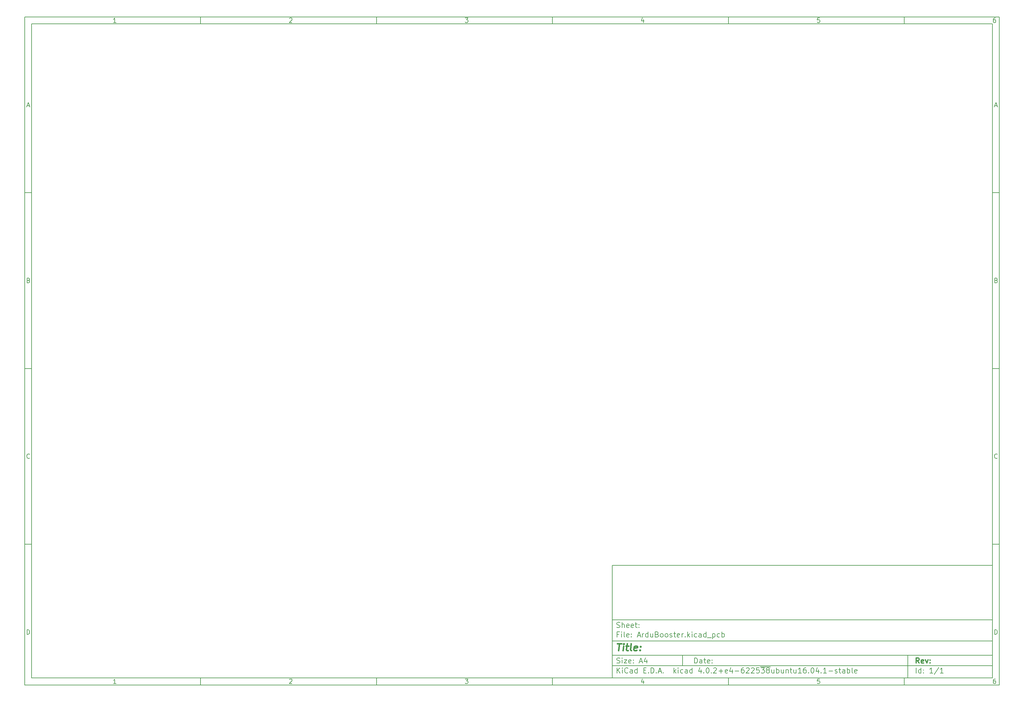
<source format=gbr>
G04 #@! TF.FileFunction,Other,Fab,Bot*
%FSLAX46Y46*%
G04 Gerber Fmt 4.6, Leading zero omitted, Abs format (unit mm)*
G04 Created by KiCad (PCBNEW 4.0.2+e4-6225~38~ubuntu16.04.1-stable) date Sex 26 Ago 2016 11:34:32 BRT*
%MOMM*%
G01*
G04 APERTURE LIST*
%ADD10C,0.100000*%
%ADD11C,0.150000*%
%ADD12C,0.300000*%
%ADD13C,0.400000*%
G04 APERTURE END LIST*
D10*
D11*
X177002200Y-166007200D02*
X177002200Y-198007200D01*
X285002200Y-198007200D01*
X285002200Y-166007200D01*
X177002200Y-166007200D01*
D10*
D11*
X10000000Y-10000000D02*
X10000000Y-200007200D01*
X287002200Y-200007200D01*
X287002200Y-10000000D01*
X10000000Y-10000000D01*
D10*
D11*
X12000000Y-12000000D02*
X12000000Y-198007200D01*
X285002200Y-198007200D01*
X285002200Y-12000000D01*
X12000000Y-12000000D01*
D10*
D11*
X60000000Y-12000000D02*
X60000000Y-10000000D01*
D10*
D11*
X110000000Y-12000000D02*
X110000000Y-10000000D01*
D10*
D11*
X160000000Y-12000000D02*
X160000000Y-10000000D01*
D10*
D11*
X210000000Y-12000000D02*
X210000000Y-10000000D01*
D10*
D11*
X260000000Y-12000000D02*
X260000000Y-10000000D01*
D10*
D11*
X35990476Y-11588095D02*
X35247619Y-11588095D01*
X35619048Y-11588095D02*
X35619048Y-10288095D01*
X35495238Y-10473810D01*
X35371429Y-10597619D01*
X35247619Y-10659524D01*
D10*
D11*
X85247619Y-10411905D02*
X85309524Y-10350000D01*
X85433333Y-10288095D01*
X85742857Y-10288095D01*
X85866667Y-10350000D01*
X85928571Y-10411905D01*
X85990476Y-10535714D01*
X85990476Y-10659524D01*
X85928571Y-10845238D01*
X85185714Y-11588095D01*
X85990476Y-11588095D01*
D10*
D11*
X135185714Y-10288095D02*
X135990476Y-10288095D01*
X135557143Y-10783333D01*
X135742857Y-10783333D01*
X135866667Y-10845238D01*
X135928571Y-10907143D01*
X135990476Y-11030952D01*
X135990476Y-11340476D01*
X135928571Y-11464286D01*
X135866667Y-11526190D01*
X135742857Y-11588095D01*
X135371429Y-11588095D01*
X135247619Y-11526190D01*
X135185714Y-11464286D01*
D10*
D11*
X185866667Y-10721429D02*
X185866667Y-11588095D01*
X185557143Y-10226190D02*
X185247619Y-11154762D01*
X186052381Y-11154762D01*
D10*
D11*
X235928571Y-10288095D02*
X235309524Y-10288095D01*
X235247619Y-10907143D01*
X235309524Y-10845238D01*
X235433333Y-10783333D01*
X235742857Y-10783333D01*
X235866667Y-10845238D01*
X235928571Y-10907143D01*
X235990476Y-11030952D01*
X235990476Y-11340476D01*
X235928571Y-11464286D01*
X235866667Y-11526190D01*
X235742857Y-11588095D01*
X235433333Y-11588095D01*
X235309524Y-11526190D01*
X235247619Y-11464286D01*
D10*
D11*
X285866667Y-10288095D02*
X285619048Y-10288095D01*
X285495238Y-10350000D01*
X285433333Y-10411905D01*
X285309524Y-10597619D01*
X285247619Y-10845238D01*
X285247619Y-11340476D01*
X285309524Y-11464286D01*
X285371429Y-11526190D01*
X285495238Y-11588095D01*
X285742857Y-11588095D01*
X285866667Y-11526190D01*
X285928571Y-11464286D01*
X285990476Y-11340476D01*
X285990476Y-11030952D01*
X285928571Y-10907143D01*
X285866667Y-10845238D01*
X285742857Y-10783333D01*
X285495238Y-10783333D01*
X285371429Y-10845238D01*
X285309524Y-10907143D01*
X285247619Y-11030952D01*
D10*
D11*
X60000000Y-198007200D02*
X60000000Y-200007200D01*
D10*
D11*
X110000000Y-198007200D02*
X110000000Y-200007200D01*
D10*
D11*
X160000000Y-198007200D02*
X160000000Y-200007200D01*
D10*
D11*
X210000000Y-198007200D02*
X210000000Y-200007200D01*
D10*
D11*
X260000000Y-198007200D02*
X260000000Y-200007200D01*
D10*
D11*
X35990476Y-199595295D02*
X35247619Y-199595295D01*
X35619048Y-199595295D02*
X35619048Y-198295295D01*
X35495238Y-198481010D01*
X35371429Y-198604819D01*
X35247619Y-198666724D01*
D10*
D11*
X85247619Y-198419105D02*
X85309524Y-198357200D01*
X85433333Y-198295295D01*
X85742857Y-198295295D01*
X85866667Y-198357200D01*
X85928571Y-198419105D01*
X85990476Y-198542914D01*
X85990476Y-198666724D01*
X85928571Y-198852438D01*
X85185714Y-199595295D01*
X85990476Y-199595295D01*
D10*
D11*
X135185714Y-198295295D02*
X135990476Y-198295295D01*
X135557143Y-198790533D01*
X135742857Y-198790533D01*
X135866667Y-198852438D01*
X135928571Y-198914343D01*
X135990476Y-199038152D01*
X135990476Y-199347676D01*
X135928571Y-199471486D01*
X135866667Y-199533390D01*
X135742857Y-199595295D01*
X135371429Y-199595295D01*
X135247619Y-199533390D01*
X135185714Y-199471486D01*
D10*
D11*
X185866667Y-198728629D02*
X185866667Y-199595295D01*
X185557143Y-198233390D02*
X185247619Y-199161962D01*
X186052381Y-199161962D01*
D10*
D11*
X235928571Y-198295295D02*
X235309524Y-198295295D01*
X235247619Y-198914343D01*
X235309524Y-198852438D01*
X235433333Y-198790533D01*
X235742857Y-198790533D01*
X235866667Y-198852438D01*
X235928571Y-198914343D01*
X235990476Y-199038152D01*
X235990476Y-199347676D01*
X235928571Y-199471486D01*
X235866667Y-199533390D01*
X235742857Y-199595295D01*
X235433333Y-199595295D01*
X235309524Y-199533390D01*
X235247619Y-199471486D01*
D10*
D11*
X285866667Y-198295295D02*
X285619048Y-198295295D01*
X285495238Y-198357200D01*
X285433333Y-198419105D01*
X285309524Y-198604819D01*
X285247619Y-198852438D01*
X285247619Y-199347676D01*
X285309524Y-199471486D01*
X285371429Y-199533390D01*
X285495238Y-199595295D01*
X285742857Y-199595295D01*
X285866667Y-199533390D01*
X285928571Y-199471486D01*
X285990476Y-199347676D01*
X285990476Y-199038152D01*
X285928571Y-198914343D01*
X285866667Y-198852438D01*
X285742857Y-198790533D01*
X285495238Y-198790533D01*
X285371429Y-198852438D01*
X285309524Y-198914343D01*
X285247619Y-199038152D01*
D10*
D11*
X10000000Y-60000000D02*
X12000000Y-60000000D01*
D10*
D11*
X10000000Y-110000000D02*
X12000000Y-110000000D01*
D10*
D11*
X10000000Y-160000000D02*
X12000000Y-160000000D01*
D10*
D11*
X10690476Y-35216667D02*
X11309524Y-35216667D01*
X10566667Y-35588095D02*
X11000000Y-34288095D01*
X11433333Y-35588095D01*
D10*
D11*
X11092857Y-84907143D02*
X11278571Y-84969048D01*
X11340476Y-85030952D01*
X11402381Y-85154762D01*
X11402381Y-85340476D01*
X11340476Y-85464286D01*
X11278571Y-85526190D01*
X11154762Y-85588095D01*
X10659524Y-85588095D01*
X10659524Y-84288095D01*
X11092857Y-84288095D01*
X11216667Y-84350000D01*
X11278571Y-84411905D01*
X11340476Y-84535714D01*
X11340476Y-84659524D01*
X11278571Y-84783333D01*
X11216667Y-84845238D01*
X11092857Y-84907143D01*
X10659524Y-84907143D01*
D10*
D11*
X11402381Y-135464286D02*
X11340476Y-135526190D01*
X11154762Y-135588095D01*
X11030952Y-135588095D01*
X10845238Y-135526190D01*
X10721429Y-135402381D01*
X10659524Y-135278571D01*
X10597619Y-135030952D01*
X10597619Y-134845238D01*
X10659524Y-134597619D01*
X10721429Y-134473810D01*
X10845238Y-134350000D01*
X11030952Y-134288095D01*
X11154762Y-134288095D01*
X11340476Y-134350000D01*
X11402381Y-134411905D01*
D10*
D11*
X10659524Y-185588095D02*
X10659524Y-184288095D01*
X10969048Y-184288095D01*
X11154762Y-184350000D01*
X11278571Y-184473810D01*
X11340476Y-184597619D01*
X11402381Y-184845238D01*
X11402381Y-185030952D01*
X11340476Y-185278571D01*
X11278571Y-185402381D01*
X11154762Y-185526190D01*
X10969048Y-185588095D01*
X10659524Y-185588095D01*
D10*
D11*
X287002200Y-60000000D02*
X285002200Y-60000000D01*
D10*
D11*
X287002200Y-110000000D02*
X285002200Y-110000000D01*
D10*
D11*
X287002200Y-160000000D02*
X285002200Y-160000000D01*
D10*
D11*
X285692676Y-35216667D02*
X286311724Y-35216667D01*
X285568867Y-35588095D02*
X286002200Y-34288095D01*
X286435533Y-35588095D01*
D10*
D11*
X286095057Y-84907143D02*
X286280771Y-84969048D01*
X286342676Y-85030952D01*
X286404581Y-85154762D01*
X286404581Y-85340476D01*
X286342676Y-85464286D01*
X286280771Y-85526190D01*
X286156962Y-85588095D01*
X285661724Y-85588095D01*
X285661724Y-84288095D01*
X286095057Y-84288095D01*
X286218867Y-84350000D01*
X286280771Y-84411905D01*
X286342676Y-84535714D01*
X286342676Y-84659524D01*
X286280771Y-84783333D01*
X286218867Y-84845238D01*
X286095057Y-84907143D01*
X285661724Y-84907143D01*
D10*
D11*
X286404581Y-135464286D02*
X286342676Y-135526190D01*
X286156962Y-135588095D01*
X286033152Y-135588095D01*
X285847438Y-135526190D01*
X285723629Y-135402381D01*
X285661724Y-135278571D01*
X285599819Y-135030952D01*
X285599819Y-134845238D01*
X285661724Y-134597619D01*
X285723629Y-134473810D01*
X285847438Y-134350000D01*
X286033152Y-134288095D01*
X286156962Y-134288095D01*
X286342676Y-134350000D01*
X286404581Y-134411905D01*
D10*
D11*
X285661724Y-185588095D02*
X285661724Y-184288095D01*
X285971248Y-184288095D01*
X286156962Y-184350000D01*
X286280771Y-184473810D01*
X286342676Y-184597619D01*
X286404581Y-184845238D01*
X286404581Y-185030952D01*
X286342676Y-185278571D01*
X286280771Y-185402381D01*
X286156962Y-185526190D01*
X285971248Y-185588095D01*
X285661724Y-185588095D01*
D10*
D11*
X200359343Y-193785771D02*
X200359343Y-192285771D01*
X200716486Y-192285771D01*
X200930771Y-192357200D01*
X201073629Y-192500057D01*
X201145057Y-192642914D01*
X201216486Y-192928629D01*
X201216486Y-193142914D01*
X201145057Y-193428629D01*
X201073629Y-193571486D01*
X200930771Y-193714343D01*
X200716486Y-193785771D01*
X200359343Y-193785771D01*
X202502200Y-193785771D02*
X202502200Y-193000057D01*
X202430771Y-192857200D01*
X202287914Y-192785771D01*
X202002200Y-192785771D01*
X201859343Y-192857200D01*
X202502200Y-193714343D02*
X202359343Y-193785771D01*
X202002200Y-193785771D01*
X201859343Y-193714343D01*
X201787914Y-193571486D01*
X201787914Y-193428629D01*
X201859343Y-193285771D01*
X202002200Y-193214343D01*
X202359343Y-193214343D01*
X202502200Y-193142914D01*
X203002200Y-192785771D02*
X203573629Y-192785771D01*
X203216486Y-192285771D02*
X203216486Y-193571486D01*
X203287914Y-193714343D01*
X203430772Y-193785771D01*
X203573629Y-193785771D01*
X204645057Y-193714343D02*
X204502200Y-193785771D01*
X204216486Y-193785771D01*
X204073629Y-193714343D01*
X204002200Y-193571486D01*
X204002200Y-193000057D01*
X204073629Y-192857200D01*
X204216486Y-192785771D01*
X204502200Y-192785771D01*
X204645057Y-192857200D01*
X204716486Y-193000057D01*
X204716486Y-193142914D01*
X204002200Y-193285771D01*
X205359343Y-193642914D02*
X205430771Y-193714343D01*
X205359343Y-193785771D01*
X205287914Y-193714343D01*
X205359343Y-193642914D01*
X205359343Y-193785771D01*
X205359343Y-192857200D02*
X205430771Y-192928629D01*
X205359343Y-193000057D01*
X205287914Y-192928629D01*
X205359343Y-192857200D01*
X205359343Y-193000057D01*
D10*
D11*
X177002200Y-194507200D02*
X285002200Y-194507200D01*
D10*
D11*
X178359343Y-196585771D02*
X178359343Y-195085771D01*
X179216486Y-196585771D02*
X178573629Y-195728629D01*
X179216486Y-195085771D02*
X178359343Y-195942914D01*
X179859343Y-196585771D02*
X179859343Y-195585771D01*
X179859343Y-195085771D02*
X179787914Y-195157200D01*
X179859343Y-195228629D01*
X179930771Y-195157200D01*
X179859343Y-195085771D01*
X179859343Y-195228629D01*
X181430772Y-196442914D02*
X181359343Y-196514343D01*
X181145057Y-196585771D01*
X181002200Y-196585771D01*
X180787915Y-196514343D01*
X180645057Y-196371486D01*
X180573629Y-196228629D01*
X180502200Y-195942914D01*
X180502200Y-195728629D01*
X180573629Y-195442914D01*
X180645057Y-195300057D01*
X180787915Y-195157200D01*
X181002200Y-195085771D01*
X181145057Y-195085771D01*
X181359343Y-195157200D01*
X181430772Y-195228629D01*
X182716486Y-196585771D02*
X182716486Y-195800057D01*
X182645057Y-195657200D01*
X182502200Y-195585771D01*
X182216486Y-195585771D01*
X182073629Y-195657200D01*
X182716486Y-196514343D02*
X182573629Y-196585771D01*
X182216486Y-196585771D01*
X182073629Y-196514343D01*
X182002200Y-196371486D01*
X182002200Y-196228629D01*
X182073629Y-196085771D01*
X182216486Y-196014343D01*
X182573629Y-196014343D01*
X182716486Y-195942914D01*
X184073629Y-196585771D02*
X184073629Y-195085771D01*
X184073629Y-196514343D02*
X183930772Y-196585771D01*
X183645058Y-196585771D01*
X183502200Y-196514343D01*
X183430772Y-196442914D01*
X183359343Y-196300057D01*
X183359343Y-195871486D01*
X183430772Y-195728629D01*
X183502200Y-195657200D01*
X183645058Y-195585771D01*
X183930772Y-195585771D01*
X184073629Y-195657200D01*
X185930772Y-195800057D02*
X186430772Y-195800057D01*
X186645058Y-196585771D02*
X185930772Y-196585771D01*
X185930772Y-195085771D01*
X186645058Y-195085771D01*
X187287915Y-196442914D02*
X187359343Y-196514343D01*
X187287915Y-196585771D01*
X187216486Y-196514343D01*
X187287915Y-196442914D01*
X187287915Y-196585771D01*
X188002201Y-196585771D02*
X188002201Y-195085771D01*
X188359344Y-195085771D01*
X188573629Y-195157200D01*
X188716487Y-195300057D01*
X188787915Y-195442914D01*
X188859344Y-195728629D01*
X188859344Y-195942914D01*
X188787915Y-196228629D01*
X188716487Y-196371486D01*
X188573629Y-196514343D01*
X188359344Y-196585771D01*
X188002201Y-196585771D01*
X189502201Y-196442914D02*
X189573629Y-196514343D01*
X189502201Y-196585771D01*
X189430772Y-196514343D01*
X189502201Y-196442914D01*
X189502201Y-196585771D01*
X190145058Y-196157200D02*
X190859344Y-196157200D01*
X190002201Y-196585771D02*
X190502201Y-195085771D01*
X191002201Y-196585771D01*
X191502201Y-196442914D02*
X191573629Y-196514343D01*
X191502201Y-196585771D01*
X191430772Y-196514343D01*
X191502201Y-196442914D01*
X191502201Y-196585771D01*
X194502201Y-196585771D02*
X194502201Y-195085771D01*
X194645058Y-196014343D02*
X195073629Y-196585771D01*
X195073629Y-195585771D02*
X194502201Y-196157200D01*
X195716487Y-196585771D02*
X195716487Y-195585771D01*
X195716487Y-195085771D02*
X195645058Y-195157200D01*
X195716487Y-195228629D01*
X195787915Y-195157200D01*
X195716487Y-195085771D01*
X195716487Y-195228629D01*
X197073630Y-196514343D02*
X196930773Y-196585771D01*
X196645059Y-196585771D01*
X196502201Y-196514343D01*
X196430773Y-196442914D01*
X196359344Y-196300057D01*
X196359344Y-195871486D01*
X196430773Y-195728629D01*
X196502201Y-195657200D01*
X196645059Y-195585771D01*
X196930773Y-195585771D01*
X197073630Y-195657200D01*
X198359344Y-196585771D02*
X198359344Y-195800057D01*
X198287915Y-195657200D01*
X198145058Y-195585771D01*
X197859344Y-195585771D01*
X197716487Y-195657200D01*
X198359344Y-196514343D02*
X198216487Y-196585771D01*
X197859344Y-196585771D01*
X197716487Y-196514343D01*
X197645058Y-196371486D01*
X197645058Y-196228629D01*
X197716487Y-196085771D01*
X197859344Y-196014343D01*
X198216487Y-196014343D01*
X198359344Y-195942914D01*
X199716487Y-196585771D02*
X199716487Y-195085771D01*
X199716487Y-196514343D02*
X199573630Y-196585771D01*
X199287916Y-196585771D01*
X199145058Y-196514343D01*
X199073630Y-196442914D01*
X199002201Y-196300057D01*
X199002201Y-195871486D01*
X199073630Y-195728629D01*
X199145058Y-195657200D01*
X199287916Y-195585771D01*
X199573630Y-195585771D01*
X199716487Y-195657200D01*
X202216487Y-195585771D02*
X202216487Y-196585771D01*
X201859344Y-195014343D02*
X201502201Y-196085771D01*
X202430773Y-196085771D01*
X203002201Y-196442914D02*
X203073629Y-196514343D01*
X203002201Y-196585771D01*
X202930772Y-196514343D01*
X203002201Y-196442914D01*
X203002201Y-196585771D01*
X204002201Y-195085771D02*
X204145058Y-195085771D01*
X204287915Y-195157200D01*
X204359344Y-195228629D01*
X204430773Y-195371486D01*
X204502201Y-195657200D01*
X204502201Y-196014343D01*
X204430773Y-196300057D01*
X204359344Y-196442914D01*
X204287915Y-196514343D01*
X204145058Y-196585771D01*
X204002201Y-196585771D01*
X203859344Y-196514343D01*
X203787915Y-196442914D01*
X203716487Y-196300057D01*
X203645058Y-196014343D01*
X203645058Y-195657200D01*
X203716487Y-195371486D01*
X203787915Y-195228629D01*
X203859344Y-195157200D01*
X204002201Y-195085771D01*
X205145058Y-196442914D02*
X205216486Y-196514343D01*
X205145058Y-196585771D01*
X205073629Y-196514343D01*
X205145058Y-196442914D01*
X205145058Y-196585771D01*
X205787915Y-195228629D02*
X205859344Y-195157200D01*
X206002201Y-195085771D01*
X206359344Y-195085771D01*
X206502201Y-195157200D01*
X206573630Y-195228629D01*
X206645058Y-195371486D01*
X206645058Y-195514343D01*
X206573630Y-195728629D01*
X205716487Y-196585771D01*
X206645058Y-196585771D01*
X207287915Y-196014343D02*
X208430772Y-196014343D01*
X207859343Y-196585771D02*
X207859343Y-195442914D01*
X209716486Y-196514343D02*
X209573629Y-196585771D01*
X209287915Y-196585771D01*
X209145058Y-196514343D01*
X209073629Y-196371486D01*
X209073629Y-195800057D01*
X209145058Y-195657200D01*
X209287915Y-195585771D01*
X209573629Y-195585771D01*
X209716486Y-195657200D01*
X209787915Y-195800057D01*
X209787915Y-195942914D01*
X209073629Y-196085771D01*
X211073629Y-195585771D02*
X211073629Y-196585771D01*
X210716486Y-195014343D02*
X210359343Y-196085771D01*
X211287915Y-196085771D01*
X211859343Y-196014343D02*
X213002200Y-196014343D01*
X214359343Y-195085771D02*
X214073629Y-195085771D01*
X213930772Y-195157200D01*
X213859343Y-195228629D01*
X213716486Y-195442914D01*
X213645057Y-195728629D01*
X213645057Y-196300057D01*
X213716486Y-196442914D01*
X213787914Y-196514343D01*
X213930772Y-196585771D01*
X214216486Y-196585771D01*
X214359343Y-196514343D01*
X214430772Y-196442914D01*
X214502200Y-196300057D01*
X214502200Y-195942914D01*
X214430772Y-195800057D01*
X214359343Y-195728629D01*
X214216486Y-195657200D01*
X213930772Y-195657200D01*
X213787914Y-195728629D01*
X213716486Y-195800057D01*
X213645057Y-195942914D01*
X215073628Y-195228629D02*
X215145057Y-195157200D01*
X215287914Y-195085771D01*
X215645057Y-195085771D01*
X215787914Y-195157200D01*
X215859343Y-195228629D01*
X215930771Y-195371486D01*
X215930771Y-195514343D01*
X215859343Y-195728629D01*
X215002200Y-196585771D01*
X215930771Y-196585771D01*
X216502199Y-195228629D02*
X216573628Y-195157200D01*
X216716485Y-195085771D01*
X217073628Y-195085771D01*
X217216485Y-195157200D01*
X217287914Y-195228629D01*
X217359342Y-195371486D01*
X217359342Y-195514343D01*
X217287914Y-195728629D01*
X216430771Y-196585771D01*
X217359342Y-196585771D01*
X218716485Y-195085771D02*
X218002199Y-195085771D01*
X217930770Y-195800057D01*
X218002199Y-195728629D01*
X218145056Y-195657200D01*
X218502199Y-195657200D01*
X218645056Y-195728629D01*
X218716485Y-195800057D01*
X218787913Y-195942914D01*
X218787913Y-196300057D01*
X218716485Y-196442914D01*
X218645056Y-196514343D01*
X218502199Y-196585771D01*
X218145056Y-196585771D01*
X218002199Y-196514343D01*
X217930770Y-196442914D01*
X219287913Y-195085771D02*
X220216484Y-195085771D01*
X219716484Y-195657200D01*
X219930770Y-195657200D01*
X220073627Y-195728629D01*
X220145056Y-195800057D01*
X220216484Y-195942914D01*
X220216484Y-196300057D01*
X220145056Y-196442914D01*
X220073627Y-196514343D01*
X219930770Y-196585771D01*
X219502198Y-196585771D01*
X219359341Y-196514343D01*
X219287913Y-196442914D01*
X221073627Y-195728629D02*
X220930769Y-195657200D01*
X220859341Y-195585771D01*
X220787912Y-195442914D01*
X220787912Y-195371486D01*
X220859341Y-195228629D01*
X220930769Y-195157200D01*
X221073627Y-195085771D01*
X221359341Y-195085771D01*
X221502198Y-195157200D01*
X221573627Y-195228629D01*
X221645055Y-195371486D01*
X221645055Y-195442914D01*
X221573627Y-195585771D01*
X221502198Y-195657200D01*
X221359341Y-195728629D01*
X221073627Y-195728629D01*
X220930769Y-195800057D01*
X220859341Y-195871486D01*
X220787912Y-196014343D01*
X220787912Y-196300057D01*
X220859341Y-196442914D01*
X220930769Y-196514343D01*
X221073627Y-196585771D01*
X221359341Y-196585771D01*
X221502198Y-196514343D01*
X221573627Y-196442914D01*
X221645055Y-196300057D01*
X221645055Y-196014343D01*
X221573627Y-195871486D01*
X221502198Y-195800057D01*
X221359341Y-195728629D01*
X219073627Y-194827200D02*
X221930769Y-194827200D01*
X222930769Y-195585771D02*
X222930769Y-196585771D01*
X222287912Y-195585771D02*
X222287912Y-196371486D01*
X222359340Y-196514343D01*
X222502198Y-196585771D01*
X222716483Y-196585771D01*
X222859340Y-196514343D01*
X222930769Y-196442914D01*
X223645055Y-196585771D02*
X223645055Y-195085771D01*
X223645055Y-195657200D02*
X223787912Y-195585771D01*
X224073626Y-195585771D01*
X224216483Y-195657200D01*
X224287912Y-195728629D01*
X224359341Y-195871486D01*
X224359341Y-196300057D01*
X224287912Y-196442914D01*
X224216483Y-196514343D01*
X224073626Y-196585771D01*
X223787912Y-196585771D01*
X223645055Y-196514343D01*
X225645055Y-195585771D02*
X225645055Y-196585771D01*
X225002198Y-195585771D02*
X225002198Y-196371486D01*
X225073626Y-196514343D01*
X225216484Y-196585771D01*
X225430769Y-196585771D01*
X225573626Y-196514343D01*
X225645055Y-196442914D01*
X226359341Y-195585771D02*
X226359341Y-196585771D01*
X226359341Y-195728629D02*
X226430769Y-195657200D01*
X226573627Y-195585771D01*
X226787912Y-195585771D01*
X226930769Y-195657200D01*
X227002198Y-195800057D01*
X227002198Y-196585771D01*
X227502198Y-195585771D02*
X228073627Y-195585771D01*
X227716484Y-195085771D02*
X227716484Y-196371486D01*
X227787912Y-196514343D01*
X227930770Y-196585771D01*
X228073627Y-196585771D01*
X229216484Y-195585771D02*
X229216484Y-196585771D01*
X228573627Y-195585771D02*
X228573627Y-196371486D01*
X228645055Y-196514343D01*
X228787913Y-196585771D01*
X229002198Y-196585771D01*
X229145055Y-196514343D01*
X229216484Y-196442914D01*
X230716484Y-196585771D02*
X229859341Y-196585771D01*
X230287913Y-196585771D02*
X230287913Y-195085771D01*
X230145056Y-195300057D01*
X230002198Y-195442914D01*
X229859341Y-195514343D01*
X232002198Y-195085771D02*
X231716484Y-195085771D01*
X231573627Y-195157200D01*
X231502198Y-195228629D01*
X231359341Y-195442914D01*
X231287912Y-195728629D01*
X231287912Y-196300057D01*
X231359341Y-196442914D01*
X231430769Y-196514343D01*
X231573627Y-196585771D01*
X231859341Y-196585771D01*
X232002198Y-196514343D01*
X232073627Y-196442914D01*
X232145055Y-196300057D01*
X232145055Y-195942914D01*
X232073627Y-195800057D01*
X232002198Y-195728629D01*
X231859341Y-195657200D01*
X231573627Y-195657200D01*
X231430769Y-195728629D01*
X231359341Y-195800057D01*
X231287912Y-195942914D01*
X232787912Y-196442914D02*
X232859340Y-196514343D01*
X232787912Y-196585771D01*
X232716483Y-196514343D01*
X232787912Y-196442914D01*
X232787912Y-196585771D01*
X233787912Y-195085771D02*
X233930769Y-195085771D01*
X234073626Y-195157200D01*
X234145055Y-195228629D01*
X234216484Y-195371486D01*
X234287912Y-195657200D01*
X234287912Y-196014343D01*
X234216484Y-196300057D01*
X234145055Y-196442914D01*
X234073626Y-196514343D01*
X233930769Y-196585771D01*
X233787912Y-196585771D01*
X233645055Y-196514343D01*
X233573626Y-196442914D01*
X233502198Y-196300057D01*
X233430769Y-196014343D01*
X233430769Y-195657200D01*
X233502198Y-195371486D01*
X233573626Y-195228629D01*
X233645055Y-195157200D01*
X233787912Y-195085771D01*
X235573626Y-195585771D02*
X235573626Y-196585771D01*
X235216483Y-195014343D02*
X234859340Y-196085771D01*
X235787912Y-196085771D01*
X236359340Y-196442914D02*
X236430768Y-196514343D01*
X236359340Y-196585771D01*
X236287911Y-196514343D01*
X236359340Y-196442914D01*
X236359340Y-196585771D01*
X237859340Y-196585771D02*
X237002197Y-196585771D01*
X237430769Y-196585771D02*
X237430769Y-195085771D01*
X237287912Y-195300057D01*
X237145054Y-195442914D01*
X237002197Y-195514343D01*
X238502197Y-196014343D02*
X239645054Y-196014343D01*
X240287911Y-196514343D02*
X240430768Y-196585771D01*
X240716483Y-196585771D01*
X240859340Y-196514343D01*
X240930768Y-196371486D01*
X240930768Y-196300057D01*
X240859340Y-196157200D01*
X240716483Y-196085771D01*
X240502197Y-196085771D01*
X240359340Y-196014343D01*
X240287911Y-195871486D01*
X240287911Y-195800057D01*
X240359340Y-195657200D01*
X240502197Y-195585771D01*
X240716483Y-195585771D01*
X240859340Y-195657200D01*
X241359340Y-195585771D02*
X241930769Y-195585771D01*
X241573626Y-195085771D02*
X241573626Y-196371486D01*
X241645054Y-196514343D01*
X241787912Y-196585771D01*
X241930769Y-196585771D01*
X243073626Y-196585771D02*
X243073626Y-195800057D01*
X243002197Y-195657200D01*
X242859340Y-195585771D01*
X242573626Y-195585771D01*
X242430769Y-195657200D01*
X243073626Y-196514343D02*
X242930769Y-196585771D01*
X242573626Y-196585771D01*
X242430769Y-196514343D01*
X242359340Y-196371486D01*
X242359340Y-196228629D01*
X242430769Y-196085771D01*
X242573626Y-196014343D01*
X242930769Y-196014343D01*
X243073626Y-195942914D01*
X243787912Y-196585771D02*
X243787912Y-195085771D01*
X243787912Y-195657200D02*
X243930769Y-195585771D01*
X244216483Y-195585771D01*
X244359340Y-195657200D01*
X244430769Y-195728629D01*
X244502198Y-195871486D01*
X244502198Y-196300057D01*
X244430769Y-196442914D01*
X244359340Y-196514343D01*
X244216483Y-196585771D01*
X243930769Y-196585771D01*
X243787912Y-196514343D01*
X245359341Y-196585771D02*
X245216483Y-196514343D01*
X245145055Y-196371486D01*
X245145055Y-195085771D01*
X246502197Y-196514343D02*
X246359340Y-196585771D01*
X246073626Y-196585771D01*
X245930769Y-196514343D01*
X245859340Y-196371486D01*
X245859340Y-195800057D01*
X245930769Y-195657200D01*
X246073626Y-195585771D01*
X246359340Y-195585771D01*
X246502197Y-195657200D01*
X246573626Y-195800057D01*
X246573626Y-195942914D01*
X245859340Y-196085771D01*
D10*
D11*
X177002200Y-191507200D02*
X285002200Y-191507200D01*
D10*
D12*
X264216486Y-193785771D02*
X263716486Y-193071486D01*
X263359343Y-193785771D02*
X263359343Y-192285771D01*
X263930771Y-192285771D01*
X264073629Y-192357200D01*
X264145057Y-192428629D01*
X264216486Y-192571486D01*
X264216486Y-192785771D01*
X264145057Y-192928629D01*
X264073629Y-193000057D01*
X263930771Y-193071486D01*
X263359343Y-193071486D01*
X265430771Y-193714343D02*
X265287914Y-193785771D01*
X265002200Y-193785771D01*
X264859343Y-193714343D01*
X264787914Y-193571486D01*
X264787914Y-193000057D01*
X264859343Y-192857200D01*
X265002200Y-192785771D01*
X265287914Y-192785771D01*
X265430771Y-192857200D01*
X265502200Y-193000057D01*
X265502200Y-193142914D01*
X264787914Y-193285771D01*
X266002200Y-192785771D02*
X266359343Y-193785771D01*
X266716485Y-192785771D01*
X267287914Y-193642914D02*
X267359342Y-193714343D01*
X267287914Y-193785771D01*
X267216485Y-193714343D01*
X267287914Y-193642914D01*
X267287914Y-193785771D01*
X267287914Y-192857200D02*
X267359342Y-192928629D01*
X267287914Y-193000057D01*
X267216485Y-192928629D01*
X267287914Y-192857200D01*
X267287914Y-193000057D01*
D10*
D11*
X178287914Y-193714343D02*
X178502200Y-193785771D01*
X178859343Y-193785771D01*
X179002200Y-193714343D01*
X179073629Y-193642914D01*
X179145057Y-193500057D01*
X179145057Y-193357200D01*
X179073629Y-193214343D01*
X179002200Y-193142914D01*
X178859343Y-193071486D01*
X178573629Y-193000057D01*
X178430771Y-192928629D01*
X178359343Y-192857200D01*
X178287914Y-192714343D01*
X178287914Y-192571486D01*
X178359343Y-192428629D01*
X178430771Y-192357200D01*
X178573629Y-192285771D01*
X178930771Y-192285771D01*
X179145057Y-192357200D01*
X179787914Y-193785771D02*
X179787914Y-192785771D01*
X179787914Y-192285771D02*
X179716485Y-192357200D01*
X179787914Y-192428629D01*
X179859342Y-192357200D01*
X179787914Y-192285771D01*
X179787914Y-192428629D01*
X180359343Y-192785771D02*
X181145057Y-192785771D01*
X180359343Y-193785771D01*
X181145057Y-193785771D01*
X182287914Y-193714343D02*
X182145057Y-193785771D01*
X181859343Y-193785771D01*
X181716486Y-193714343D01*
X181645057Y-193571486D01*
X181645057Y-193000057D01*
X181716486Y-192857200D01*
X181859343Y-192785771D01*
X182145057Y-192785771D01*
X182287914Y-192857200D01*
X182359343Y-193000057D01*
X182359343Y-193142914D01*
X181645057Y-193285771D01*
X183002200Y-193642914D02*
X183073628Y-193714343D01*
X183002200Y-193785771D01*
X182930771Y-193714343D01*
X183002200Y-193642914D01*
X183002200Y-193785771D01*
X183002200Y-192857200D02*
X183073628Y-192928629D01*
X183002200Y-193000057D01*
X182930771Y-192928629D01*
X183002200Y-192857200D01*
X183002200Y-193000057D01*
X184787914Y-193357200D02*
X185502200Y-193357200D01*
X184645057Y-193785771D02*
X185145057Y-192285771D01*
X185645057Y-193785771D01*
X186787914Y-192785771D02*
X186787914Y-193785771D01*
X186430771Y-192214343D02*
X186073628Y-193285771D01*
X187002200Y-193285771D01*
D10*
D11*
X263359343Y-196585771D02*
X263359343Y-195085771D01*
X264716486Y-196585771D02*
X264716486Y-195085771D01*
X264716486Y-196514343D02*
X264573629Y-196585771D01*
X264287915Y-196585771D01*
X264145057Y-196514343D01*
X264073629Y-196442914D01*
X264002200Y-196300057D01*
X264002200Y-195871486D01*
X264073629Y-195728629D01*
X264145057Y-195657200D01*
X264287915Y-195585771D01*
X264573629Y-195585771D01*
X264716486Y-195657200D01*
X265430772Y-196442914D02*
X265502200Y-196514343D01*
X265430772Y-196585771D01*
X265359343Y-196514343D01*
X265430772Y-196442914D01*
X265430772Y-196585771D01*
X265430772Y-195657200D02*
X265502200Y-195728629D01*
X265430772Y-195800057D01*
X265359343Y-195728629D01*
X265430772Y-195657200D01*
X265430772Y-195800057D01*
X268073629Y-196585771D02*
X267216486Y-196585771D01*
X267645058Y-196585771D02*
X267645058Y-195085771D01*
X267502201Y-195300057D01*
X267359343Y-195442914D01*
X267216486Y-195514343D01*
X269787914Y-195014343D02*
X268502200Y-196942914D01*
X271073629Y-196585771D02*
X270216486Y-196585771D01*
X270645058Y-196585771D02*
X270645058Y-195085771D01*
X270502201Y-195300057D01*
X270359343Y-195442914D01*
X270216486Y-195514343D01*
D10*
D11*
X177002200Y-187507200D02*
X285002200Y-187507200D01*
D10*
D13*
X178454581Y-188211962D02*
X179597438Y-188211962D01*
X178776010Y-190211962D02*
X179026010Y-188211962D01*
X180014105Y-190211962D02*
X180180771Y-188878629D01*
X180264105Y-188211962D02*
X180156962Y-188307200D01*
X180240295Y-188402438D01*
X180347439Y-188307200D01*
X180264105Y-188211962D01*
X180240295Y-188402438D01*
X180847438Y-188878629D02*
X181609343Y-188878629D01*
X181216486Y-188211962D02*
X181002200Y-189926248D01*
X181073630Y-190116724D01*
X181252201Y-190211962D01*
X181442677Y-190211962D01*
X182395058Y-190211962D02*
X182216487Y-190116724D01*
X182145057Y-189926248D01*
X182359343Y-188211962D01*
X183930772Y-190116724D02*
X183728391Y-190211962D01*
X183347439Y-190211962D01*
X183168867Y-190116724D01*
X183097438Y-189926248D01*
X183192676Y-189164343D01*
X183311724Y-188973867D01*
X183514105Y-188878629D01*
X183895057Y-188878629D01*
X184073629Y-188973867D01*
X184145057Y-189164343D01*
X184121248Y-189354819D01*
X183145057Y-189545295D01*
X184895057Y-190021486D02*
X184978392Y-190116724D01*
X184871248Y-190211962D01*
X184787915Y-190116724D01*
X184895057Y-190021486D01*
X184871248Y-190211962D01*
X185026010Y-188973867D02*
X185109344Y-189069105D01*
X185002200Y-189164343D01*
X184918867Y-189069105D01*
X185026010Y-188973867D01*
X185002200Y-189164343D01*
D10*
D11*
X178859343Y-185600057D02*
X178359343Y-185600057D01*
X178359343Y-186385771D02*
X178359343Y-184885771D01*
X179073629Y-184885771D01*
X179645057Y-186385771D02*
X179645057Y-185385771D01*
X179645057Y-184885771D02*
X179573628Y-184957200D01*
X179645057Y-185028629D01*
X179716485Y-184957200D01*
X179645057Y-184885771D01*
X179645057Y-185028629D01*
X180573629Y-186385771D02*
X180430771Y-186314343D01*
X180359343Y-186171486D01*
X180359343Y-184885771D01*
X181716485Y-186314343D02*
X181573628Y-186385771D01*
X181287914Y-186385771D01*
X181145057Y-186314343D01*
X181073628Y-186171486D01*
X181073628Y-185600057D01*
X181145057Y-185457200D01*
X181287914Y-185385771D01*
X181573628Y-185385771D01*
X181716485Y-185457200D01*
X181787914Y-185600057D01*
X181787914Y-185742914D01*
X181073628Y-185885771D01*
X182430771Y-186242914D02*
X182502199Y-186314343D01*
X182430771Y-186385771D01*
X182359342Y-186314343D01*
X182430771Y-186242914D01*
X182430771Y-186385771D01*
X182430771Y-185457200D02*
X182502199Y-185528629D01*
X182430771Y-185600057D01*
X182359342Y-185528629D01*
X182430771Y-185457200D01*
X182430771Y-185600057D01*
X184216485Y-185957200D02*
X184930771Y-185957200D01*
X184073628Y-186385771D02*
X184573628Y-184885771D01*
X185073628Y-186385771D01*
X185573628Y-186385771D02*
X185573628Y-185385771D01*
X185573628Y-185671486D02*
X185645056Y-185528629D01*
X185716485Y-185457200D01*
X185859342Y-185385771D01*
X186002199Y-185385771D01*
X187145056Y-186385771D02*
X187145056Y-184885771D01*
X187145056Y-186314343D02*
X187002199Y-186385771D01*
X186716485Y-186385771D01*
X186573627Y-186314343D01*
X186502199Y-186242914D01*
X186430770Y-186100057D01*
X186430770Y-185671486D01*
X186502199Y-185528629D01*
X186573627Y-185457200D01*
X186716485Y-185385771D01*
X187002199Y-185385771D01*
X187145056Y-185457200D01*
X188502199Y-185385771D02*
X188502199Y-186385771D01*
X187859342Y-185385771D02*
X187859342Y-186171486D01*
X187930770Y-186314343D01*
X188073628Y-186385771D01*
X188287913Y-186385771D01*
X188430770Y-186314343D01*
X188502199Y-186242914D01*
X189716485Y-185600057D02*
X189930771Y-185671486D01*
X190002199Y-185742914D01*
X190073628Y-185885771D01*
X190073628Y-186100057D01*
X190002199Y-186242914D01*
X189930771Y-186314343D01*
X189787913Y-186385771D01*
X189216485Y-186385771D01*
X189216485Y-184885771D01*
X189716485Y-184885771D01*
X189859342Y-184957200D01*
X189930771Y-185028629D01*
X190002199Y-185171486D01*
X190002199Y-185314343D01*
X189930771Y-185457200D01*
X189859342Y-185528629D01*
X189716485Y-185600057D01*
X189216485Y-185600057D01*
X190930771Y-186385771D02*
X190787913Y-186314343D01*
X190716485Y-186242914D01*
X190645056Y-186100057D01*
X190645056Y-185671486D01*
X190716485Y-185528629D01*
X190787913Y-185457200D01*
X190930771Y-185385771D01*
X191145056Y-185385771D01*
X191287913Y-185457200D01*
X191359342Y-185528629D01*
X191430771Y-185671486D01*
X191430771Y-186100057D01*
X191359342Y-186242914D01*
X191287913Y-186314343D01*
X191145056Y-186385771D01*
X190930771Y-186385771D01*
X192287914Y-186385771D02*
X192145056Y-186314343D01*
X192073628Y-186242914D01*
X192002199Y-186100057D01*
X192002199Y-185671486D01*
X192073628Y-185528629D01*
X192145056Y-185457200D01*
X192287914Y-185385771D01*
X192502199Y-185385771D01*
X192645056Y-185457200D01*
X192716485Y-185528629D01*
X192787914Y-185671486D01*
X192787914Y-186100057D01*
X192716485Y-186242914D01*
X192645056Y-186314343D01*
X192502199Y-186385771D01*
X192287914Y-186385771D01*
X193359342Y-186314343D02*
X193502199Y-186385771D01*
X193787914Y-186385771D01*
X193930771Y-186314343D01*
X194002199Y-186171486D01*
X194002199Y-186100057D01*
X193930771Y-185957200D01*
X193787914Y-185885771D01*
X193573628Y-185885771D01*
X193430771Y-185814343D01*
X193359342Y-185671486D01*
X193359342Y-185600057D01*
X193430771Y-185457200D01*
X193573628Y-185385771D01*
X193787914Y-185385771D01*
X193930771Y-185457200D01*
X194430771Y-185385771D02*
X195002200Y-185385771D01*
X194645057Y-184885771D02*
X194645057Y-186171486D01*
X194716485Y-186314343D01*
X194859343Y-186385771D01*
X195002200Y-186385771D01*
X196073628Y-186314343D02*
X195930771Y-186385771D01*
X195645057Y-186385771D01*
X195502200Y-186314343D01*
X195430771Y-186171486D01*
X195430771Y-185600057D01*
X195502200Y-185457200D01*
X195645057Y-185385771D01*
X195930771Y-185385771D01*
X196073628Y-185457200D01*
X196145057Y-185600057D01*
X196145057Y-185742914D01*
X195430771Y-185885771D01*
X196787914Y-186385771D02*
X196787914Y-185385771D01*
X196787914Y-185671486D02*
X196859342Y-185528629D01*
X196930771Y-185457200D01*
X197073628Y-185385771D01*
X197216485Y-185385771D01*
X197716485Y-186242914D02*
X197787913Y-186314343D01*
X197716485Y-186385771D01*
X197645056Y-186314343D01*
X197716485Y-186242914D01*
X197716485Y-186385771D01*
X198430771Y-186385771D02*
X198430771Y-184885771D01*
X198573628Y-185814343D02*
X199002199Y-186385771D01*
X199002199Y-185385771D02*
X198430771Y-185957200D01*
X199645057Y-186385771D02*
X199645057Y-185385771D01*
X199645057Y-184885771D02*
X199573628Y-184957200D01*
X199645057Y-185028629D01*
X199716485Y-184957200D01*
X199645057Y-184885771D01*
X199645057Y-185028629D01*
X201002200Y-186314343D02*
X200859343Y-186385771D01*
X200573629Y-186385771D01*
X200430771Y-186314343D01*
X200359343Y-186242914D01*
X200287914Y-186100057D01*
X200287914Y-185671486D01*
X200359343Y-185528629D01*
X200430771Y-185457200D01*
X200573629Y-185385771D01*
X200859343Y-185385771D01*
X201002200Y-185457200D01*
X202287914Y-186385771D02*
X202287914Y-185600057D01*
X202216485Y-185457200D01*
X202073628Y-185385771D01*
X201787914Y-185385771D01*
X201645057Y-185457200D01*
X202287914Y-186314343D02*
X202145057Y-186385771D01*
X201787914Y-186385771D01*
X201645057Y-186314343D01*
X201573628Y-186171486D01*
X201573628Y-186028629D01*
X201645057Y-185885771D01*
X201787914Y-185814343D01*
X202145057Y-185814343D01*
X202287914Y-185742914D01*
X203645057Y-186385771D02*
X203645057Y-184885771D01*
X203645057Y-186314343D02*
X203502200Y-186385771D01*
X203216486Y-186385771D01*
X203073628Y-186314343D01*
X203002200Y-186242914D01*
X202930771Y-186100057D01*
X202930771Y-185671486D01*
X203002200Y-185528629D01*
X203073628Y-185457200D01*
X203216486Y-185385771D01*
X203502200Y-185385771D01*
X203645057Y-185457200D01*
X204002200Y-186528629D02*
X205145057Y-186528629D01*
X205502200Y-185385771D02*
X205502200Y-186885771D01*
X205502200Y-185457200D02*
X205645057Y-185385771D01*
X205930771Y-185385771D01*
X206073628Y-185457200D01*
X206145057Y-185528629D01*
X206216486Y-185671486D01*
X206216486Y-186100057D01*
X206145057Y-186242914D01*
X206073628Y-186314343D01*
X205930771Y-186385771D01*
X205645057Y-186385771D01*
X205502200Y-186314343D01*
X207502200Y-186314343D02*
X207359343Y-186385771D01*
X207073629Y-186385771D01*
X206930771Y-186314343D01*
X206859343Y-186242914D01*
X206787914Y-186100057D01*
X206787914Y-185671486D01*
X206859343Y-185528629D01*
X206930771Y-185457200D01*
X207073629Y-185385771D01*
X207359343Y-185385771D01*
X207502200Y-185457200D01*
X208145057Y-186385771D02*
X208145057Y-184885771D01*
X208145057Y-185457200D02*
X208287914Y-185385771D01*
X208573628Y-185385771D01*
X208716485Y-185457200D01*
X208787914Y-185528629D01*
X208859343Y-185671486D01*
X208859343Y-186100057D01*
X208787914Y-186242914D01*
X208716485Y-186314343D01*
X208573628Y-186385771D01*
X208287914Y-186385771D01*
X208145057Y-186314343D01*
D10*
D11*
X177002200Y-181507200D02*
X285002200Y-181507200D01*
D10*
D11*
X178287914Y-183614343D02*
X178502200Y-183685771D01*
X178859343Y-183685771D01*
X179002200Y-183614343D01*
X179073629Y-183542914D01*
X179145057Y-183400057D01*
X179145057Y-183257200D01*
X179073629Y-183114343D01*
X179002200Y-183042914D01*
X178859343Y-182971486D01*
X178573629Y-182900057D01*
X178430771Y-182828629D01*
X178359343Y-182757200D01*
X178287914Y-182614343D01*
X178287914Y-182471486D01*
X178359343Y-182328629D01*
X178430771Y-182257200D01*
X178573629Y-182185771D01*
X178930771Y-182185771D01*
X179145057Y-182257200D01*
X179787914Y-183685771D02*
X179787914Y-182185771D01*
X180430771Y-183685771D02*
X180430771Y-182900057D01*
X180359342Y-182757200D01*
X180216485Y-182685771D01*
X180002200Y-182685771D01*
X179859342Y-182757200D01*
X179787914Y-182828629D01*
X181716485Y-183614343D02*
X181573628Y-183685771D01*
X181287914Y-183685771D01*
X181145057Y-183614343D01*
X181073628Y-183471486D01*
X181073628Y-182900057D01*
X181145057Y-182757200D01*
X181287914Y-182685771D01*
X181573628Y-182685771D01*
X181716485Y-182757200D01*
X181787914Y-182900057D01*
X181787914Y-183042914D01*
X181073628Y-183185771D01*
X183002199Y-183614343D02*
X182859342Y-183685771D01*
X182573628Y-183685771D01*
X182430771Y-183614343D01*
X182359342Y-183471486D01*
X182359342Y-182900057D01*
X182430771Y-182757200D01*
X182573628Y-182685771D01*
X182859342Y-182685771D01*
X183002199Y-182757200D01*
X183073628Y-182900057D01*
X183073628Y-183042914D01*
X182359342Y-183185771D01*
X183502199Y-182685771D02*
X184073628Y-182685771D01*
X183716485Y-182185771D02*
X183716485Y-183471486D01*
X183787913Y-183614343D01*
X183930771Y-183685771D01*
X184073628Y-183685771D01*
X184573628Y-183542914D02*
X184645056Y-183614343D01*
X184573628Y-183685771D01*
X184502199Y-183614343D01*
X184573628Y-183542914D01*
X184573628Y-183685771D01*
X184573628Y-182757200D02*
X184645056Y-182828629D01*
X184573628Y-182900057D01*
X184502199Y-182828629D01*
X184573628Y-182757200D01*
X184573628Y-182900057D01*
D10*
D11*
X197002200Y-191507200D02*
X197002200Y-194507200D01*
D10*
D11*
X261002200Y-191507200D02*
X261002200Y-198007200D01*
M02*

</source>
